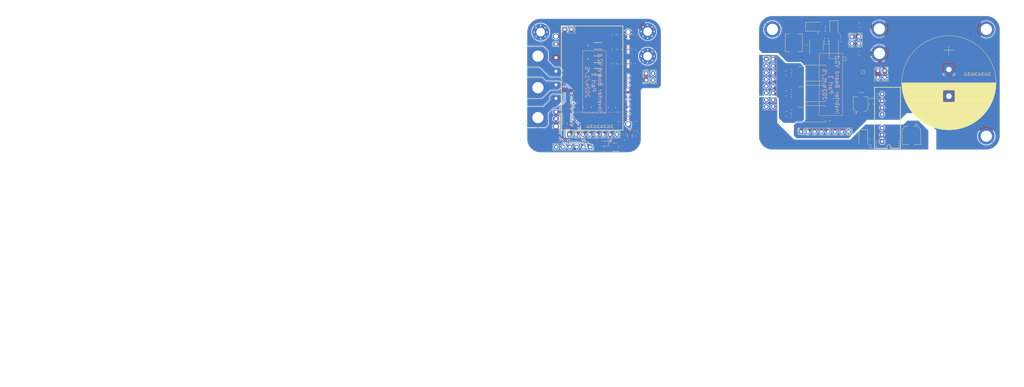
<source format=kicad_pcb>
(kicad_pcb (version 20221018) (generator pcbnew)
  (layers (0 "F.Cu" signal) (31 "B.Cu" signal) (34 "B.Paste" user) (35 "F.Paste" user) (36 "B.SilkS" user "B.Silkscreen") (37 "F.SilkS" user "F.Silkscreen") (38 "B.Mask" user) (39 "F.Mask" user) (44 "Edge.Cuts" user))
  (net 0 "")
  (net 1 "GND")
  (net 2 "+5V1")
  (net 3 "DC_BUS")
  (net 4 "/M+1")
  (net 5 "/M-1")
  (net 6 "/M+2")
  (net 7 "/M-2")
  (net 8 "/M+3")
  (net 9 "/M-3")
  (net 10 "/OPWM1A")
  (net 11 "/OPWM2A")
  (net 12 "/OPWM3A")
  (net 13 "/OPWM1B")
  (net 14 "/OPWM2B")
  (net 15 "/OPWM3B")
  (net 16 "Net-(Q2-CSC)")
  (net 17 "Net-(U2-CB)")
  (net 18 "+15V1")
  (net 19 "Net-(D1-K)")
  (net 20 "/PWM1A_5V")
  (net 21 "Net-(IC1-CATHODE_1)")
  (net 22 "Net-(IC1-CATHODE_2)")
  (net 23 "/PWM2A_5V")
  (net 24 "/PWM3A_5V")
  (net 25 "Net-(IC2-CATHODE_1)")
  (net 26 "Net-(IC2-CATHODE_2)")
  (net 27 "/PWM1B_5V")
  (net 28 "/PWM2B_5V")
  (net 29 "Net-(IC3-CATHODE_1)")
  (net 30 "Net-(IC3-CATHODE_2)")
  (net 31 "/PWM3B_5V")
  (net 32 "AGND")
  (net 33 "/GND_2M")
  (net 34 "/DC_BUS_2M")
  (net 35 "/U")
  (net 36 "/V")
  (net 37 "/W")
  (net 38 "Net-(J13-Pin_1)")
  (net 39 "Net-(D2-K)")
  (net 40 "Net-(Q1-B)")
  (net 41 "Net-(Q1-C)")
  (net 42 "/CSC")
  (net 43 "/DSP_PWM1_~{FAULT_5V}")
  (net 44 "Net-(Q2-IN(WL))")
  (net 45 "Net-(Q2-IN(VL))")
  (net 46 "Net-(Q2-IN(UL))")
  (net 47 "Net-(Q2-IN(WH))")
  (net 48 "Net-(Q2-IN(VH))")
  (net 49 "Net-(Q2-IN(UH))")
  (net 53 "D12VGND")
  (net 54 "D12V1")
  (net 58 "Net-(J13-Pin_2)")
  (footprint "inverter_lib:MELF_DO-213AB" (layer "F.Cu") (at 64.85 31.2)
    (fp_text reference "Z1" hide)
    (fp_text value "ZM4746A-GS08" hide)
  )
  (footprint "TestPoint:TestPoint_Pad_D1.0mm" (layer "F.Cu") (at 164 41 180)
    (fp_text reference "TP7" hide)
    (fp_text value "Test15V")
  )
  (footprint "inverter_lib:MELF_DO-213AB" (layer "F.Cu") (at 64.7 36.2)
    (fp_text reference "Z2" hide)
    (fp_text value "ZM4746A-GS08" hide)
  )
  (footprint "Capacitor_SMD:C_0805_2012Metric" (layer "F.Cu") (at 72.925 32.556369 -90)
    (fp_text reference "C10" hide)
    (fp_text value "2.2uf")
  )
  (footprint "Resistor_SMD:R_0603_1608Metric" (layer "F.Cu") (at 137.038 57.509 180)
    (fp_text reference "R9" hide)
    (fp_text value "750R")
  )
  (footprint "Resistor_SMD:R_2512_6332Metric" (layer "F.Cu") (at 53.25 58.618869 -90)
    (fp_text reference "R19" hide)
    (fp_text value "8mR")
  )
  (footprint "Resistor_SMD:R_0603_1608Metric" (layer "F.Cu") (at 60.710738 56.031369 -90)
    (fp_text reference "R14" hide)
    (fp_text value "100R")
  )
  (footprint "Package_SO:SOIC-8_3.9x4.9mm_P1.27mm" (layer "F.Cu") (at 146.523 31 90)
    (fp_text reference "U2" hide)
    (fp_text value "LM2675M-5.0")
  )
  (footprint "Resistor_SMD:R_0603_1608Metric" (layer "F.Cu") (at 72.87271 56.031369 -90)
    (fp_text reference "R18" hide)
    (fp_text value "100R")
  )
  (footprint "Connector_PinSocket_2.54mm:PinSocket_1x08_P2.54mm_Vertical" (layer "F.Cu") (at 140.716 63.307 90)
    (fp_text reference "J3" hide)
    (fp_text value "Conn_01x08_Pin")
  )
  (footprint "Resistor_SMD:R_0603_1608Metric" (layer "F.Cu") (at 137.038 40.491 180)
    (fp_text reference "R1" hide)
    (fp_text value "750R")
  )
  (footprint "Resistor_SMD:R_0805_2012Metric" (layer "F.Cu") (at 67.025 69.881369 180)
    (fp_text reference "R3" hide)
    (fp_text value "301R")
  )
  (footprint "Capacitor_SMD:C_0805_2012Metric" (layer "F.Cu") (at 167 65.95 90)
    (fp_text reference "C22" hide)
    (fp_text value "100nF")
  )
  (footprint "Resistor_SMD:R_1206_3216Metric" (layer "F.Cu") (at 76.725 64.871369 -90)
    (fp_text reference "R21" hide)
    (fp_text value "2k")
  )
  (footprint "TestPoint:TestPoint_Pad_D1.0mm" (layer "F.Cu") (at 157 36)
    (fp_text reference "TP8" hide)
    (fp_text value "Test5V")
  )
  (footprint "Resistor_SMD:R_0805_2012Metric" (layer "F.Cu") (at 162.4125 34 180)
    (fp_text reference "R11" hide)
    (fp_text value "2M")
  )
  (footprint "Resistor_SMD:R_0603_1608Metric" (layer "F.Cu") (at 69.832214 56.031369 -90)
    (fp_text reference "R17" hide)
    (fp_text value "100R")
  )
  (footprint "Resistor_SMD:R_0603_1608Metric" (layer "F.Cu") (at 78.825 59.531369 90)
    (fp_text reference "R6" hide)
    (fp_text value "10K")
  )
  (footprint "inverter_lib:M3_smt" (layer "F.Cu") (at 130 25)
    (fp_text reference "J17" hide)
    (fp_text value "Header 2")
  )
  (footprint "Capacitor_SMD:C_0603_1608Metric" (layer "F.Cu") (at 71.35246 56.031369 -90)
    (fp_text reference "C20" hide)
    (fp_text value "100pf")
  )
  (footprint "Capacitor_SMD:C_0805_2012Metric" (layer "F.Cu") (at 78.625 27.031369 -90)
    (fp_text reference "C7" hide)
    (fp_text value "100nf")
  )
  (footprint "inverter_lib:M3_smt" (layer "F.Cu") (at 170 24.8)
    (fp_text reference "J14" hide)
    (fp_text value "Header 2")
  )
  (footprint "Capacitor_SMD:C_0805_2012Metric" (layer "F.Cu") (at 72.92 27.006369 -90)
    (fp_text reference "C5" hide)
    (fp_text value "2.2uf")
  )
  (footprint "Resistor_SMD:R_0603_1608Metric" (layer "F.Cu") (at 137.038 49.889 180)
    (fp_text reference "R5" hide)
    (fp_text value "750R")
  )
  (footprint "Connector_PinSocket_2.54mm:PinSocket_2x02_P2.54mm_Vertical" (layer "F.Cu") (at 159.75 27.71 90)
    (fp_text reference "J5" hide)
    (fp_text value "Conn_01x02_Pin")
  )
  (footprint "Capacitor_SMD:C_0805_2012Metric" (layer "F.Cu") (at 70.855 37.881369 -90)
    (fp_text reference "C13" hide)
    (fp_text value "2.2uf")
  )
  (footprint "Package_SO:SOIC-8_7.5x5.85mm_P1.27mm" (layer "F.Cu") (at 146 49)
    (fp_text reference "IC2" hide)
    (fp_text value "TLP2270_D4-LF4,E")
  )
  (footprint "Resistor_SMD:R_0603_1608Metric" (layer "F.Cu") (at 137.038 55.731 180)
    (fp_text reference "R8" hide)
    (fp_text value "750R")
  )
  (footprint "inverter_lib:M3_smt" (layer "F.Cu") (at 42.325 35.031369)
    (fp_text reference "J8" hide)
    (fp_text value "Header 2")
  )
  (footprint "Resistor_SMD:R_2512_6332Metric" (layer "F.Cu") (at 53.25 50.843869 90)
    (fp_text reference "R20" hide)
    (fp_text value "8mR")
  )
  (footprint "Resistor_SMD:R_0603_1608Metric" (layer "F.Cu") (at 57.670246 56.031369 -90)
    (fp_text reference "R13" hide)
    (fp_text value "100R")
  )
  (footprint "Capacitor_SMD:CP_Elec_6.3x7.7" (layer "F.Cu") (at 182 64.7 -90)
    (fp_text reference "C23" hide)
    (fp_text value "100uf 50V")
  )
  (footprint "Capacitor_SMD:C_0603_1608Metric" (layer "F.Cu") (at 59.190492 56.031369 -90)
    (fp_text reference "C16" hide)
    (fp_text value "100pf")
  )
  (footprint "Resistor_SMD:R_0603_1608Metric" (layer "F.Cu") (at 137.038 42.269 180)
    (fp_text reference "R2" hide)
    (fp_text value "750R")
  )
  (footprint "inverter_lib:M3_smt" (layer "F.Cu") (at 170 34)
    (fp_text reference "J15" hide)
    (fp_text value "Header 2")
  )
  (footprint "Diode_SMD:D_SMA" (layer "F.Cu") (at 146 24)
    (fp_text reference "D2" hide)
    (fp_text value "1N5819")
  )
  (footprint "MountingHole:MountingHole_3.2mm_M3_Pad_Via" (layer "F.Cu") (at 83.325 25.831369)
    (fp_text reference "H1" hide)
    (fp_text value "MountingHole_Pad")
  )
  (footprint "LED_SMD:LED_0805_2012Metric" (layer "F.Cu") (at 67.025 67.731369 180)
    (fp_text reference "D1" hide)
    (fp_text value "LEDRED")
  )
  (footprint "inverter_lib:M3_smt" (layer "F.Cu") (at 42.325 58.031369)
    (fp_text reference "J11" hide)
    (fp_text value "Header 2")
  )
  (footprint "Capacitor_Tantalum_SMD:CP_EIA-6032-28_Kemet-C_Pad2.25x2.35mm_HandSolder" (layer "F.Cu") (at 153 32 90)
    (fp_text reference "C36" hide)
    (fp_text value "68uF 16V Tantalum")
  )
  (footprint "Capacitor_SMD:C_0805_2012Metric" (layer "F.Cu") (at 70.875 32.556369 -90)
    (fp_text reference "C9" hide)
    (fp_text value "2.2uf")
  )
  (footprint "Capacitor_SMD:C_0805_2012Metric" (layer "F.Cu") (at 72.905 37.881369 -90)
    (fp_text reference "C12" hide)
    (fp_text value "2.2uf")
  )
  (footprint "Capacitor_SMD:C_0603_1608Metric" (layer "F.Cu") (at 65.271476 56.031369 -90)
    (fp_text reference "C18" hide)
    (fp_text value "100pf")
  )
  (footprint "Capacitor_SMD:C_0603_1608Metric" (layer "F.Cu") (at 153.865 38.7 -90)
    (fp_text reference "C1" hide)
    (fp_text value "100nf")
  )
  (footprint "inverter_lib:MELF_DO-213AB" (layer "F.Cu") (at 64.85 40.85)
    (fp_text reference "Z3" hide)
    (fp_text value "ZM4746A-GS08" hide)
  )
  (footprint "Resistor_SMD:R_0603_1608Metric" (layer "F.Cu") (at 78.825 63.031369 -90)
    (fp_text reference "R7" hide)
    (fp_text value "2K")
  )
  (footprint "Connector_PinSocket_2.54mm:PinSocket_2x02_P2.54mm_Vertical" (layer "F.Cu") (at 82.785 44.031369 180)
    (fp_text reference "J12" hide)
    (fp_text value "Conn_01x02_Pin")
  )
  (footprint "Package_TO_SOT_SMD:SOT-23-3" (layer "F.Cu") (at 70.975 69.131369 180)
    (fp_text reference "Q1" hide)
    (fp_text value "FMMT618TA")
  )
  (footprint "Resistor_SMD:R_0603_1608Metric" (layer "F.Cu") (at 137.038 48.111 180)
    (fp_text reference "R4" hide)
    (fp_text value "750R")
  )
  (footprint "Capacitor_Tantalum_SMD:CP_EIA-3528-21_Kemet-B_Pad1.50x2.35mm_HandSolder" (layer "F.Cu") (at 153 24.375 -90)
    (fp_text reference "C35" hide)
    (fp_text value "15uF 50V Tantalum")
  )
  (footprint "Capacitor_SMD:C_0603_1608Metric" (layer "F.Cu") (at 74.675 64.471369 90)
    (fp_text reference "C21" hide)
    (fp_text value "1nf")
  )
  (footprint "Capacitor_SMD:C_0805_2012Metric" (layer "F.Cu") (at 78.225 32.531369 -90)
    (fp_text reference "C11" hide)
    (fp_text value "100nf")
  )
  (footprint "Package_SO:SOIC-8_7.5x5.85mm_P1.27mm" (layer "F.Cu") (at 146 41.38)
    (fp_text reference "IC1" hide)
    (fp_text value "TLP2270_D4-LF4,E")
  )
  (footprint "Connector_PinSocket_2.54mm:PinSocket_1x08_P2.54mm_Vertical" (layer "F.Cu") (at 54.041 64.338369 90)
    (fp_text reference "J2" hide)
    (fp_text value "Conn_01x08_Pin")
  )
  (footprint "Capacitor_SMD:C_0603_1608Metric" (layer "F.Cu") (at 153.865 53.94 -90)
    (fp_text reference "C3" hide)
    (fp_text value "100nf")
  )
  (footprint "Resistor_SMD:R_0805_2012Metric" (layer "F.Cu") (at 162.4125 23.5 180)
    (fp_text reference "R10" hide)
    (fp_text value "2M")
  )
  (footprint "Capacitor_SMD:C_0603_1608Metric" (layer "F.Cu") (at 56.15 56.031369 -90)
    (fp_text reference "C15" hide)
    (fp_text value "100pf")
  )
  (footprint "Capacitor_SMD:C_0805_2012Metric" (layer "F.Cu") (at 167 53 -90)
    (fp_text reference "C24" hide)
    (fp_text value "100nF")
  )
  (footprint "Connector_PinSocket_2.54mm:PinSocket_1x02_P2.54mm_Vertical" (layer "F.Cu") (at 52.325 25.031369 90)
    (fp_text reference "J13" hide)
    (fp_text value "Conn_01x02_Pin")
  )
  (footprint "inverter_lib:M3_smt" (layer "F.Cu") (at 210 25)
    (fp_text reference "J6" hide)
    (fp_text value "Header 2")
  )
  (footprint "Capacitor_SMD:C_0603_1608Metric" (layer "F.Cu") (at 68.311968 56.031369 -90)
    (fp_text reference "C19" hide)
    (fp_text value "100pf")
  )
  (footprint "Diode_SMD:D_SMA" (layer "F.Cu") (at 164 66 -90)
    (fp_text reference "D4" hide)
    (fp_text value "1N5819")
  )
  (footprint "Capacitor_SMD:C_0603_1608Metric" (layer "F.Cu") (at 153.865 46.32 -90)
    (fp_text reference "C2" hide)
    (fp_text value "100nf")
  )
  (footprint "Capacitor_SMD:C_0805_2012Metric" (layer "F.Cu") (at 78.075 37.901369 -90)
    (fp_text reference "C14" hide)
    (fp_text value "100nf")
  )
  (footprint "Resistor_SMD:R_0603_1608Metric" (layer "F.Cu") (at 66.791722 56.031369 -90)
    (fp_text reference "R16" hide)
    (fp_text value "100R")
  )
  (footprint "inverter_lib:VRB_S-6WR3" (layer "F.Cu") (at 171 67 180)
    (fp_text reference "A1" hide)
    (fp_text value "VRB1215S-6WR3" hide)
  )
  (footprint "Connector_PinSocket_2.54mm:PinSocket_1x06_P2.54mm_Vertical" (layer "F.Cu") (at 61.865 69.031369 -90)
    (fp_text reference "J10" hide)
    (fp_text value "Conn_01x06_Pin")
  )
  (footprint "Capacitor_THT:CP_Radial_D35.0mm_P10.00mm_SnapIn" (layer "F.Cu") (at 196 40 -90)
    (fp_text reference "C4" hide)
    (fp_text value "390uF/450V")
  )
  (footprint "Capacitor_SMD:C_0603_1608Metric" (layer "F.Cu") (at 142.459 30.775 90)
    (fp_text reference "C34" hide)
    (fp_text value "10nF")
  )
  (footprint "Package_SO:SOIC-8_7.5x5.85mm_P1.27mm" (layer "F.Cu") (at 146 56.62)
    (fp_text reference "IC3" hide)
    (fp_text value "TLP2270_D4-LF4,E")
  )
  (footprint "MountingHole:MountingHole_3.2mm_M3_Pad_Via" (layer "F.Cu") (at 43.325 26.031369)
    (fp_text reference "H3" hide)
    (fp_text value "MountingHole_Pad")
  )
  (footprint "Resistor_SMD:R_0603_1608Metric" (layer "F.Cu") (at 63.75123 56.031369 -90)
    (fp_text reference "R15" hide)
    (fp_text value "100R")
  )
  (footprint "inverter_lib:M3_smt" (layer "F.Cu") (at 210 65)
    (fp_text reference "J7" hide)
    (fp_text value "Header 2")
  )
  (footprint "Connector_PinSocket_2.54mm:PinSocket_2x02_P2.54mm_Vertical" (layer "F.Cu") (at 172 40.46)
    (fp_text reference "J4" hide)
    (fp_text value "Conn_01x02_Pin")
  )
  (footprint "MountingHole:MountingHole_3.2mm_M3_Pad_Via" (layer "F.Cu") (at 83.325 35.031369)
    (fp_text reference "H2" hide)
    (fp_text value "MountingHole_Pad")
  )
  (footprint "Resistor_SMD:R_0603_1608Metric" (layer "F.Cu") (at 72.825 59.531369 90)
    (fp_text reference "R22" hide)
    (fp_text value "1K")
  )
  (footprint "inverter_lib:M3_smt" (layer "F.Cu") (at 42.325 46.831369)
    (fp_text reference "J9" hide)
    (fp_text value "Header 2")
  )
  (footprint "Capacitor_SMD:CP_Elec_5x5.4" (layer "F.Cu") (at 163 53 90)
    (fp_text reference "C25" hide)
    (fp_text value "22uf 25V")
  )
  (footprint "Capacitor_SMD:C_0603_1608Metric" (layer "F.Cu") (at 62.230984 56.031369 -90)
    (fp_text reference "C17" hide)
    (fp_text value "100pf")
  )
  (footprint "Inductor_SMD:L_6.3x6.3_H3" (layer "F.Cu") (at 138 30 -90)
    (fp_text reference "L2" hide)
    (fp_text value "47uH")
  )
  (footprint "Capacitor_SMD:C_0805_2012Metric" (layer "F.Cu") (at 70.875 27.006369 -90)
    (fp_text reference "C6" hide)
    (fp_text value "2.2uf")
  )
  (footprint "inverter_lib:FNC42060F" (layer "B.Cu") (at 62.575 43.659869)
    (fp_text reference "Q2" hide)
    (fp_text value "FNC42060F" hide)
  )
  (footprint "Connector_PinSocket_2.54mm:PinSocket_2x08_P2.54mm_Vertical" (layer "B.Cu") (at 127.71 36.125 180)
    (fp_text reference "J1" hide)
    (fp_text value "Conn_02x06_Top_Bottom")
  )
  (gr_poly (pts (xy 198.4276 27.3876) (arc (start 201.288213 27.3876) (mid 199.2404 28.235832) (end 198.392168 30.283645))) (stroke (width 0.2)) (fill solid) (layer "F.Cu"))
  (gr_poly (pts (xy 193.574403 27.423591) (arc (start 193.574403 30.284204) (mid 192.726171 28.236391) (end 190.678358 27.388159))) (stroke (width 0.2)) (fill solid) (layer "F.Cu"))
  (gr_rect (start 147.5 33.95) (end 156.25 57.25) (stroke (width 0.15)) (fill none) (layer "B.SilkS"))
  (gr_rect (start 59.05 32.95) (end 67.8 56.25) (stroke (width 0.15)) (fill none) (layer "B.SilkS"))
  (gr_line (start 43.325 21.031369) (end 83.325 21.031369) (stroke (width 0.1)) (layer "Edge.Cuts"))
  (gr_line (start 215 25) (end 215 65) (stroke (width 0.1)) (layer "Edge.Cuts"))
  (gr_line (start 210 70) (end 130 70) (stroke (width 0.1)) (layer "Edge.Cuts"))
  (gr_arc (start 215 65) (mid 213.535534 68.535534) (end 210 70) (stroke (width 0.1)) (layer "Edge.Cuts"))
  (gr_arc (start 88.325 45.531369) (mid 87.88566 46.592029) (end 86.825 47.031369) (stroke (width 0.1)) (layer "Edge.Cuts"))
  (gr_arc (start 210 20) (mid 213.535534 21.464466) (end 215 25) (stroke (width 0.1)) (layer "Edge.Cuts"))
  (gr_arc (start 130 70) (mid 126.464466 68.535534) (end 125 65) (stroke (width 0.1)) (layer "Edge.Cuts"))
  (gr_line (start 125 65) (end 125 25) (stroke (width 0.1)) (layer "Edge.Cuts"))
  (gr_arc (start 83.325 21.031369) (mid 86.860534 22.495835) (end 88.325 26.031369) (stroke (width 0.1)) (layer "Edge.Cuts"))
  (gr_arc (start 80.825 66.031369) (mid 79.360534 69.566903) (end 75.825 71.031369) (stroke (width 0.1)) (layer "Edge.Cuts"))
  (gr_line (start 38.325 66.031369) (end 38.325 26.031369) (stroke (width 0.1)) (layer "Edge.Cuts"))
  (gr_line (start 80.825 48.031369) (end 80.825 66.031369) (stroke (width 0.1)) (layer "Edge.Cuts"))
  (gr_arc (start 125 25) (mid 126.464466 21.464466) (end 130 20) (stroke (width 0.1)) (layer "Edge.Cuts"))
  (gr_line (start 86.825 47.031369) (end 81.825 47.031369) (stroke (width 0.1)) (layer "Edge.Cuts"))
  (gr_line (start 130 20) (end 210 20) (stroke (width 0.1)) (layer "Edge.Cuts"))
  (gr_line (start 43.325 71.031369) (end 75.825 71.031369) (stroke (width 0.1)) (layer "Edge.Cuts"))
  (gr_arc (start 80.825 48.031369) (mid 81.117893 47.324262) (end 81.825 47.031369) (stroke (width 0.1)) (layer "Edge.Cuts"))
  (gr_line (start 88.325 45.531369) (end 88.325 26.031369) (stroke (width 0.1)) (layer "Edge.Cuts"))
  (gr_arc (start 43.325 71.031369) (mid 39.789466 69.566903) (end 38.325 66.031369) (stroke (width 0.1)) (layer "Edge.Cuts"))
  (gr_arc (start 38.325 26.031369) (mid 39.789466 22.495835) (end 43.325 21.031369) (stroke (width 0.1)) (layer "Edge.Cuts"))
  (gr_text "Inverter Board V2.1\nPart 1\n2024/1/5" (at 148.6 45.6 -90) (layer "B.SilkS") (effects (font (size 1.5 1.5) (thickness 0.2) bold) (justify bottom mirror)))
  (gr_text "Inverter Board V2.1\nPart 2\n2024/1/5" (at 59.9 44.8 -90) (layer "B.SilkS") (effects (font (size 1.5 1.5) (thickness 0.2)) (justify bottom mirror)))
  (gr_text "JLCJLCJLCJLC" (at 60.2 61.95) (layer "F.SilkS") (effects (font (size 1 1)) (justify left bottom)))
  (gr_text "JLCJLCJLCJLC" (at 201.35 42.35) (layer "F.SilkS") (effects (font (size 1 1)) (justify left bottom)))
  (segment (start 58.625 66.781369) (end 59.075 67.231369) (width 0.3) (layer "F.Cu") (net 1))
  (segment (start 169.878 37.478) (end 172 39.6) (width 0.5) (layer "F.Cu") (net 1))
  (segment (start 51.575 46.381369) (end 51.575 46.771319) (width 0.5) (layer "F.Cu") (net 1))
  (segment (start 153.865 36.915) (end 153.85 36.9) (width 0.3) (layer "F.Cu") (net 1))
  (segment (start 74.675 65.246369) (end 74.675 66.371369) (width 0.3) (layer "F.Cu") (net 1))
  (segment (start 51.575 46.771319) (end 52.68505 47.881369) (width 0.5) (layer "F.Cu") (net 1))
  (segment (start 154.925 37.925) (end 154.95 37.9) (width 0.3) (layer "F.Cu") (net 1))
  (segment (start 151.325 59.375) (end 151.3 59.4) (width 0.5) (layer "F.Cu") (net 1))
  (segment (start 65.271476 54.259893) (end 65.275 54.256369) (width 0.3) (layer "F.Cu") (net 1))
  (segment (start 200.974 50) (end 210 59.026) (width 5) (layer "F.Cu") (net 1))
  (segment (start 190.941 50) (end 174.941 34) (width 5) (layer "F.Cu") (net 1))
  (segment (start 59.190492 55.256369) (end 59.190492 54.115877) (width 0.3) (layer "F.Cu") (net 1))
  (segment (start 153.865 44.442) (end 153.876 44.431) (width 0.3) (layer "F.Cu") (net 1))
  (segment (start 53.25 47.881369) (end 55.825 47.881369) (width 0.5) (layer "F.Cu") (net 1))
  (segment (start 153.865 37.925) (end 153.865 36.915) (width 0.3) (layer "F.Cu") (net 1))
  (segment (start 174.941 34) (end 170 34) (width 5) (layer "F.Cu") (net 1))
  (segment (start 169.878 34.122) (end 169.878 37.478) (width 0.5) (layer "F.Cu") (net 1))
  (segment (start 53.25 61.581369) (end 53.25 60.256369) (width 0.5) (layer "F.Cu") (net 1))
  (segment (start 151.325 50.905) (end 152.857 50.905) (width 0.3) (layer "F.Cu") (net 1))
  (segment (start 52.925 66.831369) (end 53.325 67.231369) (width 0.3) (layer "F.Cu") (net 1))
  (segment (start 172 40.46) (end 172 43) (width 0.5) (layer "F.Cu") (net 1))
  (segment (start 59.125 67.181369) (end 59.075 67.231369) (width 0.3) (layer "F.Cu") (net 1))
  (segment (start 196 50) (end 200.974 50) (width 5) (layer "F.Cu") (net 1))
  (segment (start 153.865 45.545) (end 153.865 44.442) (width 0.3) (layer "F.Cu") (net 1))
  (segment (start 59.190492 54.115877) (end 59.2 54.106369) (width 0.3) (layer "F.Cu") (net 1))
  (segment (start 72.1125 68.181369) (end 72.1125 68.718869) (width 0.5) (layer "F.Cu") (net 1))
  (segment (start 154.99 53.165) (end 155.019 53.194) (width 0.3) (layer "F.Cu") (net 1))
  (segment (start 51.575 44.931369) (end 51.725 44.781369) (width 0.5) (layer "F.Cu") (net 1))
  (segment (start 61.025 67.181369) (end 59.125 67.181369) (width 0.3) (layer "F.Cu") (net 1))
  (segment (start 62.230984 54.162353) (end 62.225 54.156369) (width 0.3) (layer "F.Cu") (net 1))
  (segment (start 65.271476 55.256369) (end 65.271476 54.259893) (width 0.3) (layer "F.Cu") (net 1))
  (segment (start 55.475 60.231369) (end 55.525 60.281369) (width 0.5) (layer "F.Cu") (net 1))
  (segment (start 58.125 60.831369) (end 57.175 61.781369) (width 0.3) (layer "F.Cu") (net 1))
  (segment (start 53.775 66.781369) (end 58.625 66.781369) (width 0.3) (layer "F.Cu") (net 1))
  (segment (start 52.68505 47.881369) (end 53.25 47.881369) (width 0.5) (layer "F.Cu") (net 1))
  (segment (start 56.15 55.256369) (end 56.15 54.231369) (width 0.3) (layer "F.Cu") (net 1))
  (segment (start 196 50) (end 190.941 50) (width 5) (layer "F.Cu") (net 1))
  (segment (start 62.230984 55.256369) (end 62.230984 54.162353) (width 0.3) (layer "F.Cu") (net 1))
  (segment (start 55.475 49.731369) (end 55.525 49.781369) (width 0.5) (layer "F.Cu") (net 1))
  (segment (start 56.15 54.231369) (end 56.175 54.206369) (width 0.3) (layer "F.Cu") (net 1))
  (segment (start 153.865 53.165) (end 154.99 53.165) (width 0.3) (layer "F.Cu") (net 1))
  (segment (start 51.575 46.381369) (end 51.575 44.931369) (width 0.5) (layer "F.Cu") (net 1))
  (segment (start 53.25 60.256369) (end 53.225 60.231369) (width 0.5) (layer "F.Cu") (net 1))
  (segment (start 71.35246 54.328409) (end 71.35246 55.256369) (width 0.3) (layer "F.Cu") (net 1))
  (segment (start 71.375 54.305869) (end 71.35246 54.328409) (width 0.3) (layer "F.Cu") (net 1))
  (segment (start 68.311968 54.569401) (end 68.65 54.231369) (width 0.3) (layer "F.Cu") (net 1))
  (segment (start 50.125 66.831369) (end 52.925 66.831369) (width 0.3) (layer "F.Cu") (net 1))
  (segment (start 72.1125 68.718869) (end 72.425 69.031369) (width 0.5) (layer "F.Cu") (net 1))
  (segment (start 152.857 50.905) (end 152.86 50.908) (width 0.3) (layer "F.Cu") (net 1))
  (segment (start 163.325 34) (end 170 34) (width 0.5) (layer "F.Cu") (net 1))
  (segment (start 170 34) (end 169.878 34.122) (width 0.5) (layer "F.Cu") (net 1))
  (segment (start 210 59.026) (end 210 65) (width 5) (layer "F.Cu") (net 1))
  (segment (start 153.865 37.925) (end 154.925 37.925) (width 0.3) (layer "F.Cu") (net 1))
  (segment (start 152.857 43.285) (end 152.86 43.288) (width 0.3) (layer "F.Cu") (net 1))
  (segment (start 53.325 67.231369) (end 53.775 66.781369) (width 0.3) (layer "F.Cu") (net 1))
  (segment (start 58.125 60.031369) (end 58.125 60.831369) (width 0.3) (layer "F.Cu") (net 1))
  (segment (start 151.325 43.285) (end 152.857 43.285) (width 0.3) (layer "F.Cu") (net 1))
  (segment (start 54.175 49.731369) (end 55.475 49.731369) (width 0.5) (layer "F.Cu") (net 1))
  (segment (start 53.225 60.231369) (end 55.475 60.231369) (width 0.5) (layer "F.Cu") (net 1))
  (segment (start 68.311968 55.256369) (end 68.311968 54.569401) (width 0.3) (layer "F.Cu") (net 1))
  (segment (start 151.325 58.525) (end 151.325 59.375) (width 0.5) (layer "F.Cu") (net 1))
  (segment (start 78.825 63.856369) (end 78.825 64.881369) (width 0.5) (layer "F.Cu") (net 1))
  (segment (start 172 39.6) (end 172 40.46) (width 0.5) (layer "F.Cu") (net 1))
  (via (at 57.175 61.781369) (size 0.5) (drill 0.3) (layers "F.Cu" "B.Cu") (net 1))
  (via (at 54.175 49.731369) (size 0.5) (drill 0.3) (layers "F.Cu" "B.Cu") (net 1))
  (via (at 155.019 26.524) (size 0.5) (drill 0.3) (layers "F.Cu" "B.Cu") (net 1))
  (via (at 53.325 67.231369) (size 0.5) (drill 0.3) (layers "F.Cu" "B.Cu") (net 1))
  (via (at 150.828 28.429) (size 0.5) (drill 0.3) (layers "F.Cu" "B.Cu") (net 1))
  (via (at 55.525 49.781369) (size 0.5) (drill 0.3) (layers "F.Cu" "B.Cu") (net 1))
  (via (at 149.812 24.873) (size 0.5) (drill 0.3) (layers "F.Cu" "B.Cu") (net 1))
  (via (at 50.125 66.831369) (size 0.5) (drill 0.3) (layers "F.Cu" "B.Cu") (net 1))
  (via (at 61.025 67.181369) (size 0.5) (drill 0.3) (layers "F.Cu" "B.Cu") (net 1))
  (via (at 155.654 29.572) (size 0.5) (drill 0.3) (layers "F.Cu" "B.Cu") (net 1))
  (via (at 167.719 50.908) (size 0.5) (drill 0.3) (layers "F.Cu" "B.Cu") (net 1))
  (via (at 169.243 50.908) (size 0.5) (drill 0.3) (layers "F.Cu" "B.Cu") (net 1))
  (via (at 147.018 26.143) (size 0.5) (drill 0.3) (layers "F.Cu" "B.Cu") (net 1))
  (via (at 62.225 54.156369) (size 0.5) (drill 0.3) (layers "F.Cu" "B.Cu") (net 1))
  (via (at 152.86 43.288) (size 0.5) (drill 0.3) (layers "F.Cu" "B.Cu") (net 1))
  (via (at 149.812 23.984) (size 0.5) (drill 0.3) (layers "F.Cu" "B.Cu") (net 1))
  (via (at 152.86 50.908) (size 0.5) (drill 0.3) (layers "F.Cu" "B.Cu") (net 1))
  (via (at 59.2 54.106369) (size 0.5) (drill 0.3) (layers "F.Cu" "B.Cu") (net 1))
  (via (at 166.322 50.908) (size 0.5) (drill 0.3) (layers "F.Cu" "B.Cu") (net 1))
  (via (at 169.243 50.019) (size 0.5) (drill 0.3) (layers "F.Cu" "B.Cu") (net 1))
  (via (at 149.558 30.461) (size 0.5) (drill 0.3) (layers "F.Cu" "B.Cu") (net 1))
  (via (at 154.95 37.9) (size 0.5) (drill 0.3) (layers "F.Cu" "B.Cu") (net 1))
  (via (at 150.828 29.445) (size 0.5) (drill 0.3) (layers "F.Cu" "B.Cu") (net 1))
  (via (at 68.65 54.231369) (size 0.5) (drill 0.3) (layers "F.Cu" "B.Cu") (net 1))
  (via (at 51.575 46.381369) (size 0.5) (drill 0.3) (layers "F.Cu" "B.Cu") (net 1))
  (via (at 55.825 47.881369) (size 0.5) (drill 0.3) (layers "F.Cu" "B.Cu") (net 1))
  (via (at 155.527 27.159) (size 0.5) (drill 0.3) (layers "F.Cu" "B.Cu") (net 1))
  (via (at 78.825 64.881369) (size 0.5) (drill 0.3) (layers "F.Cu" "B.Cu") (net 1))
  (via (at 74.675 66.371369) (size 0.5) (drill 0.3) (layers "F.Cu" "B.Cu") (net 1))
  (via (at 149.558 28.429) (size 0.5) (drill 0.3) (layers "F.Cu" "B.Cu") (net 1))
  (via (at 150.828 30.461) (size 0.5) (drill 0.3) (layers "F.Cu" "B.Cu") (net 1))
  (via (at 59.075 67.231369) (size 0.5) (drill 0.3) (layers "F.Cu" "B.Cu") (net 1))
  (via (at 153.876 44.431) (size 0.5) (drill 0.3) (layers "F.Cu" "B.Cu") (net 1))
  (via (at 169.243 49.13) (size 0.5) (drill 0.3) (layers "F.Cu" "B.Cu") (net 1))
  (via (at 55.525 60.281369) (size 0.5) (drill 0.3) (layers "F.Cu" "B.Cu") (net 1))
  (via (at 56.175 54.206369) (size 0.5) (drill 0.3) (layers "F.Cu" "B.Cu") (net 1))
  (via (at 71.375 54.305869) (size 0.5) (drill 0.3) (layers "F.Cu" "B.Cu") (net 1))
  (via (at 51.725 44.781369) (size 0.5) (drill 0.3) (layers "F.Cu" "B.Cu") (net 1))
  (via (at 149.812 25.635) (size 0.5) (drill 0.3) (layers "F.Cu" "B.Cu") (net 1))
  (via (at 155.019 53.194) (size 0.5) (drill 0.3) (layers "F.Cu" "B.Cu") (net 1))
  (via (at 163.147 48.622) (size 0.5) (drill 0.3) (layers "F.Cu" "B.Cu") (net 1))
  (via (at 149.558 29.445) (size 0.5) (drill 0.3) (layers "F.Cu" "B.Cu") (net 1))
  (via (at 53.225 60.231369) (size 0.5) (drill 0.3) (layers "F.Cu" "B.Cu") (net 1))
  (via (at 151.3 59.4) (size 0.5) (drill 0.3) (layers "F.Cu" "B.Cu") (net 1))
  (via (at 153.85 36.9) (size 0.5) (drill 0.3) (layers "F.Cu" "B.Cu") (net 1))
  (via (at 58.125 60.031369) (size 0.5) (drill 0.3) (layers "F.Cu" "B.Cu") (net 1))
  (via (at 155.527 28.048) (size 0.5) (drill 0.3) (layers "F.Cu" "B.Cu") (net 1))
  (via (at 72.425 69.031369) (size 0.5) (drill 0.3) (layers "F.Cu" "B.Cu") (net 1))
  (via (at 163.909 48.622) (size 0.5) (drill 0.3) (layers "F.Cu" "B.Cu") (net 1))
  (via (at 65.275 54.256369) (size 0.5) (drill 0.3) (layers "F.Cu" "B.Cu") (net 1))
  (via (at 167.084 50.908) (size 0.5) (drill 0.3) (layers "F.Cu" "B.Cu") (net 1))
  (via (at 56.625 66.781369) (size 0.5) (drill 0.3) (layers "F.Cu" "B.Cu") (net 1))
  (via (at 162.385 48.622) (size 0.5) (drill 0.3) (layers "F.Cu" "B.Cu") (net 1))
  (segment (start 151.325 54.715) (end 153.865 54.715) (width 0.3) (layer "F.Cu") (net 2))
  (segment (start 155.7175 46.2725) (end 154.895 47.095) (width 0.3) (layer "F.Cu") (net 2))
  (segment (start 68.9625 66.731369) (end 67.9625 67.731369) (width 0.5) (layer "F.Cu") (net 2))
  (segment (start 69.225 66.731369) (end 68.9625 66.731369) (width 0.5) (layer "F.Cu") (net 2))
  (segment (start 72.45 60.356369) (end 70.625 62.181369) (width 0.5) (layer "F.Cu") (net 2))
  (segment (start 154.895 47.095) (end 156.543 45.447) (width 0.3) (layer "F.Cu") (net 2))
  (segment (start 155.956 46.511) (end 155.7175 46.2725) (width 0.3) (layer "F.Cu") (net 2))
  (segment (start 70.625 62.181369) (end 70.625 62.994369) (width 0.5) (layer "F.Cu") (net 2))
  (segment (start 153.865 47.095) (end 154.895 47.095) (width 0.3) (layer "F.Cu") (net 2))
  (segment (start 156.543 45.447) (end 156.543 39.224) (width 0.3) (layer "F.Cu") (net 2))
  (segment (start 155.956 63.307) (end 155.956 46.511) (width 0.3) (layer "F.Cu") (net 2))
  (segment (start 70.625 62.994369) (end 69.281 64.338369) (width 0.5) (layer "F.Cu") (net 2))
  (segment (start 151.325 47.095) (end 153.865 47.095) (width 0.3) (layer "F.Cu") (net 2))
  (segment (start 153.865 54.715) (end 154.346529 54.715) (width 0.3) (layer "F.Cu") (net 2))
  (segment (start 154.349529 54.718) (end 155.956 54.718) (width 0.3) (layer "F.Cu") (net 2))
  (segment (start 151.325 39.475) (end 153.865 39.475) (width 0.3) (layer "F.Cu") (net 2))
  (segment (start 72.825 60.356369) (end 72.45 60.356369) (width 0.5) (layer "F.Cu") (net 2))
  (segment (start 154.346529 54.715) (end 154.349529 54.718) (width 0.3) (layer "F.Cu") (net 2))
  (via (at 69.225 66.731369) (size 0.5) (drill 0.3) (layers "F.Cu" "B.Cu") (net 2))
  (segment (start 69.281 66.675369) (end 69.225 66.731369) (width 0.5) (layer "B.Cu") (net 2))
  (segment (start 69.281 64.338369) (end 69.281 66.675369) (width 0.5) (layer "B.Cu") (net 2))
  (segment (start 170.2 25) (end 170 24.8) (width 5) (layer "F.Cu") (net 3))
  (segment (start 210 25) (end 196.04 25) (width 5) (layer "F.Cu") (net 3))
  (segment (start 166.092 23.5) (end 167.392 24.8) (width 0.5) (layer "F.Cu") (net 3))
  (segment (start 196.04 25) (end 170.2 25) (width 5) (layer "F.Cu") (net 3))
  (segment (start 50.541 35.595369) (end 49.075 35.595369) (width 3) (layer "F.Cu") (net 3))
  (segment (start 56 52.4) (end 56.8 51.6) (width 0.3) (layer "F.Cu") (net 3))
  (segment (start 80.415 22.921369) (end 63.215 22.921369) (width 3) (layer "F.Cu") (net 3))
  (segment (start 83.325 25.831369) (end 80.415 22.921369) (width 3) (layer "F.Cu") (net 3))
  (segment (start 196 40) (end 196 25.04) (width 5) (layer "F.Cu") (net 3))
  (segment (start 56.8 43.320369) (end 49.075 35.595369) (width 0.3) (layer "F.Cu") (net 3))
  (segment (start 167.392 24.8) (end 170 24.8) (width 0.5) (layer "F.Cu") (net 3))
  (segment (start 196 25.04) (end 196.04 25) (width 5) (layer "F.Cu") (net 3))
  (segment (start 63.215 22.921369) (end 50.541 35.595369) (width 3) (layer "F.Cu") (net 3))
  (segment (start 163.325 23.5) (end 166.092 23.5) (width 0.5) (layer "F.Cu") (net 3))
  (segment (start 56.8 51.6) (end 56.8 43.320369) (width 0.3) (layer "F.Cu") (net 3))
  (via (at 56 52.4) (size 0.8) (drill 0.4) (layers "F.Cu" "B.Cu") (net 3))
  (segment (start 56 52.4) (end 55.4 53) (width 0.3) (layer "B.Cu") (net 3))
  (segment (start 57.921 60.721) (end 57.921 65.087369) (width 0.3) (layer "B.Cu") (net 3))
  (segment (start 57.921 65.087369) (end 61.865 69.031369) (width 0.3) (layer "B.Cu") (net 3))
  (segment (start 55.4 53) (end 55.4 58.2) (width 0.3) (layer "B.Cu") (net 3))
  (segment (start 55.4 58.2) (end 57.921 60.721) (width 0.3) (layer "B.Cu") (net 3))
  (segment (start 63.8 31.2) (end 62.225 31.2) (width 0.5) (layer "F.Cu") (net 4))
  (segment (start 70.9 26.081369) (end 70.875 26.056369) (width 0.5) (layer "F.Cu") (net 4))
  (segment (start 70.875 26.056369) (end 68.581369 28.35) (width 0.5) (layer "F.Cu") (net 4))
  (segment (start 78.625 26.081369) (end 70.9 26.081369) (width 0.5) (layer "F.Cu") (net 4))
  (segment (start 66.65 28.35) (end 63.8 31.2) (width 0.5) (layer "F.Cu") (net 4))
  (segment (start 68.581369 28.35) (end 66.65 28.35) (width 0.5) (layer "F.Cu") (net 4))
  (segment (start 67.475 31.2) (end 70.743631 27.931369) (width 0.5) (layer "F.Cu") (net 5))
  (segment (start 78.575 27.931369) (end 78.625 27.981369) (width 0.5) (layer "F.Cu") (net 5))
  (segment (start 70.743631 27.931369) (end 78.575 27.931369) (width 0.5) (layer "F.Cu") (net 5))
  (segment (start 78.225 31.581369) (end 70.9 31.581369) (width 0.5) (layer "F.Cu") (net 6))
  (segment (start 70.875 31.606369) (end 69.131369 33.35) (width 0.5) (layer "F.Cu") (net 6))
  (segment (start 62.075 33.875) (end 62.075 36.2) (width 0.5) (layer "F.Cu") (net 6))
  (segment (start 62.6 33.35) (end 62.075 33.875) (width 0.5) (layer "F.Cu") (net 6))
  (segment (start 70.9 31.581369) (end 70.875 31.606369) (width 0.5) (layer "F.Cu") (net 6))
  (segment (start 69.131369 33.35) (end 62.6 33.35) (width 0.5) (layer "F.Cu") (net 6))
  (segment (start 78.2 33.506369) (end 78.225 33.481369) (width 0.5) (layer "F.Cu") (net 7))
  (segment (start 67.325 36.2) (end 68.181369 36.2) (width 0.5) (layer "F.Cu") (net 7))
  (segment (start 70.875 33.506369) (end 78.2 33.506369) (width 0.5) (layer "F.Cu") (net 7))
  (segment (start 68.181369 36.2) (end 70.875 33.506369) (width 0.5) (layer "F.Cu") (net 7))
  (segment (start 62.225 40.85) (end 62.225 38.681369) (width 0.5) (layer "F.Cu") (net 8))
  (segment (start 62.225 38.681369) (end 62.506369 38.4) (width 0.5) (layer "F.Cu") (net 8))
  (segment (start 70.875 36.951369) (end 70.855 36.931369) (width 0.5) (layer "F.Cu") (net 8))
  (segment (start 69.386369 38.4) (end 70.855 36.931369) (width 0.5) (layer "F.Cu") (net 8))
  (segment (start 62.506369 38.4) (end 69.386369 38.4) (width 0.5) (layer "F.Cu") (net 8))
  (segment (start 78.075 36.951369) (end 70.875 36.951369) (width 0.5) (layer "F.Cu") (net 8))
  (segment (start 78.055 38.831369) (end 78.075 38.851369) (width 0.5) (layer "F.Cu") (net 9))
  (segment (start 72.905 38.831369) (end 78.055 38.831369) (width 0.5) (layer "F.Cu") (net 9))
  (segment (start 70.855 38.831369) (end 72.905 38.831369) (width 0.5) (layer "F.Cu") (net 9))
  (segment (start 68.836369 40.85) (end 70.855 38.831369) (width 0.5) (layer "F.Cu") (net 9))
  (segment (start 67.475 40.85) (end 68.836369 40.85) (width 0.5) (layer "F.Cu") (net 9))
  (segment (start 140.716 63.307) (end 140.716 62.287) (width 0.3) (layer "F.Cu") (net 10))
  (segment (start 57.620246 56.806369) (end 57.670246 56.856369) (width 0.3) (layer "F.Cu") (net 10))
  (segment (start 56.15 62.229369) (end 56.15 56.831369) (width 0.3) (layer "F.Cu") (net 10))
  (segment (start 148.178 40.745) (end 151.325 40.745) (width 0.3) (layer "F.Cu") (net 10))
  (segment (start 142.8242 60.1788) (end 142.8242 46.0988) (width 0.3) (layer "F.Cu") (net 10))
  (segment (start 54.041 64.338369) (end 56.15 62.229369) (width 0.3) (layer "F.Cu") (net 10))
  (segment (start 142.8242 46.0988) (end 148.178 40.745) (width 0.3) (layer "F.Cu") (net 10))
  (segment (start 56.15 56.806369) (end 57.620246 56.806369) (width 0.3) (layer "F.Cu") (net 10))
  (segment (start 140.716 62.287) (end 142.8242 60.1788) (width 0.3) (layer "F.Cu") (net 10))
  (segment (start 148.5866 42.015) (end 151.325 42.015) (width 0.3) (layer "F.Cu") (net 11))
  (segment (start 60.710738 56.856369) (end 59.240492 56.856369) (width 0.3) (layer "F.Cu") (net 11))
  (segment (start 59.240492 56.856369) (end 59.190492 56.806369) (width 0.3) (layer "F.Cu") (net 11))
  (segment (start 59.190492 56.806369) (end 59.190492 62.115877) (width 0.3) (layer "F.Cu") (net 11))
  (segment (start 56.968 64.338369) (end 56.581 64.338369) (width 0.3) (layer "F.Cu") (net 11))
  (segment (start 144.399 46.2026) (end 148.5866 42.015) (width 0.3) (layer "F.Cu") (net 11))
  (segment (start 143.256 63.307) (end 144.399 62.164) (width 0.3) (layer "F.Cu") (net 11))
  (segment (start 144.399 62.164) (end 144.399 46.2026) (width 0.3) (layer "F.Cu") (net 11))
  (segment (start 59.190492 62.115877) (end 56.968 64.338369) (width 0.3) (layer "F.Cu") (net 11))
  (segment (start 149.434 48.365) (end 145.796 52.003) (width 0.3) (layer "F.Cu") (net 12))
  (segment (start 151.325 48.365) (end 149.434 48.365) (width 0.3) (layer "F.Cu") (net 12))
  (segment (start 62.230984 56.806369) (end 63.70123 56.806369) (width 0.3) (layer "F.Cu") (net 12))
  (segment (start 59.121 64.338369) (end 62.230984 61.228385) (width 0.3) (layer "F.Cu") (net 12))
  (segment (start 63.70123 56.806369) (end 63.75123 56.856369) (width 0.3) (layer "F.Cu") (net 12))
  (segment (start 145.796 52.003) (end 145.796 63.307) (width 0.3) (layer "F.Cu") (net 12))
  (segment (start 62.230984 61.228385) (end 62.230984 56.856369) (width 0.3) (layer "F.Cu") (net 12))
  (segment (start 149.5264 49.635) (end 148.316 50.8454) (width 0.3) (layer "F.Cu") (net 13))
  (segment (start 148.316 63.287) (end 148.336 63.307) (width 0.3) (layer "F.Cu") (net 13))
  (segment (start 65.271476 56.806369) (end 65.271476 60.727893) (width 0.3) (layer "F.Cu") (net 13))
  (segment (start 65.271476 60.727893) (end 61.661 64.338369) (width 0.3) (layer "F.Cu") (net 13))
  (segment (start 65.321476 56.856369) (end 65.271476 56.806369) (width 0.3) (layer "F.Cu") (net 13))
  (segment (start 66.791722 56.856369) (end 65.321476 56.856369) (width 0.3) (layer "F.Cu") (net 13))
  (segment (start 148.316 50.8454) (end 148.316 63.287) (width 0.3) (layer "F.Cu") (net 13))
  (segment (start 151.325 49.635) (end 149.5264 49.635) (width 0.3) (layer "F.Cu") (net 13))
  (segment (start 68.311968 60.227401) (end 64.201 64.338369) (width 0.3) (layer "F.Cu") (net 14))
  (segment (start 69.832214 56.856369) (end 68.361968 56.856369) (width 0.3) (layer "F.Cu") (net 14))
  (segment (start 68.361968 56.856369) (end 68.311968 56.806369) (width 0.3) (layer "F.Cu") (net 14))
  (segment (start 150.3138 55.985) (end 149.8092 56.4896) (width 0.3) (layer "F.Cu") (net 14))
  (segment (start 151.325 55.985) (end 150.3138 55.985) (width 0.3) (layer "F.Cu") (net 14))
  (segment (start 149.8092 56.4896) (end 149.8092 62.2402) (width 0.3) (layer "F.Cu") (net 14))
  (segment (start 149.8092 62.2402) (end 150.876 63.307) (width 0.3) (layer "F.Cu") (net 14))
  (segment (start 68.311968 56.806369) (end 68.311968 60.227401) (width 0.3) (layer "F.Cu") (net 14))
  (segment (start 151.325 57.255) (end 152.634 57.255) (width 0.3) (layer "F.Cu") (net 15))
  (segment (start 71.35246 59.726909) (end 66.741 64.338369) (width 0.3) (layer "F.Cu") (net 15))
  (segment (start 153.416 58.037) (end 153.416 63.307) (width 0.3) (layer "F.Cu") (net 15))
  (segment (start 152.634 57.255) (end 153.416 58.037) (width 0.3) (layer "F.Cu") (net 15))
  (segment (start 71.35246 56.806369) (end 72.82271 56.806369) (width 0.3) (layer "F.Cu") (net 15))
  (segment (start 72.82271 56.806369) (end 72.87271 56.856369) (width 0.3) (layer "F.Cu") (net 15))
  (segment (start 71.35246 56.806369) (end 71.35246 59.726909) (width 0.3) (layer "F.Cu") (net 15))
  (segment (start 74.9625 63.408869) (end 74.675 63.696369) (width 0.3) (layer "F.Cu") (net 16))
  (segment (start 76.725 63.408869) (end 74.9625 63.408869) (width 0.3) (layer "F.Cu") (net 16))
  (via (at 76.725 63.408869) (size 0.5) (drill 0.3) (layers "F.Cu" "B.Cu") (net 16))
  (segment (start 76.075 60.456369) (end 76.745 61.126369) (width 0.3) (layer "B.Cu") (net 16))
  (segment (start 76.745 63.388869) (end 76.725 63.408869) (width 0.3) (layer "B.Cu") (net 16))
  (segment (start 76.745 61.126369) (end 76.745 63.388869) (width 0.3) (layer "B.Cu") (net 16))
  (segment (start 142.459 31.55) (end 142.459 32.959) (width 0.3) (layer "F.Cu") (net 17))
  (segment (start 144.593 33.5) (end 144.618 33.475) (width 0.3) (layer "F.Cu") (net 17))
  (segment (start 142.459 32.959) (end 143 33.5) (width 0.3) (layer "F.Cu") (net 17))
  (segment (start 143 33.5) (end 144.593 33.5) (width 0.3) (layer "F.Cu") (net 17))
  (segment (start 168.92 41) (end 163.45 41) (width 0.5) (layer "F.Cu") (net 18))
  (segment (start 161.75 41) (end 163.45 41) (width 0.5) (layer "F.Cu") (net 18))
  (segment (start 160.15 55.3) (end 162.9 55.3) (width 0.5) (layer "F.Cu") (net 18))
  (segment (start 146.4 22.45) (end 145.888 22.962) (width 0.5) (layer "F.Cu") (net 18))
  (segment (start 162.9 55.3) (end 163 55.2) (width 0.5) (layer "F.Cu") (net 18))
  (segment (start 169.46 40.46) (end 168.92 41) (width 0.5) (layer "F.Cu") (net 18))
  (segment (start 151.05 22.45) (end 146.4 22.45) (width 0.5) (layer "F.Cu") (net 18))
  (segment (start 82.785 44.031369) (end 81.325 44.031369) (width 0.5) (layer "F.Cu") (net 18))
  (segment (start 153 22.75) (end 154.45 22.75) (width 0.5) (layer "F.Cu") (net 18))
  (segment (start 161.75 41) (end 161.75 46.4) (width 0.5) (layer "F.Cu") (net 18))
  (segment (start 156.85 25.15) (end 156.85 31.75) (width 0.5) (layer "F.Cu") (net 18))
  (segment (start 161.75 46.4) (end 158.95 49.2) (width 0.5) (layer "F.Cu") (net 18))
  (segment (start 77.696 47.660369) (end 76.075 47.660369) (width 0.5) (layer "F.Cu") (net 18))
  (segment (start 159.4 34.3) (end 159.4 39.6) (width 0.5) (layer "F.Cu") (net 18))
  (segment (start 158.95 54.1) (end 160.15 55.3) (width 0.5) (layer "F.Cu") (net 18))
  (segment (start 82.785 41.491369) (end 82.785 44.031369) (width 0.5) (layer "F.Cu") (net 18))
  (segment (start 156.85 31.75) (end 159.4 34.3) (width 0.5) (layer "F.Cu") (net 18))
  (segment (start 151.35 22.75) (end 151.05 22.45) (width 0.5) (layer "F.Cu") (net 18))
  (segment (start 145.888 22.962) (end 145.888 28.525) (width 0.5) (layer "F.Cu") (net 18))
  (segment (start 158.95 49.2) (end 158.95 54.1) (width 0.5) (layer "F.Cu") (net 18))
  (segment (start 163.45 41) (end 164 41) (width 0.5) (layer "F.Cu") (net 18))
  (segment (start 160.8 41) (end 161.75 41) (width 0.5) (layer "F.Cu") (net 18))
  (segment (start 159.4 39.6) (end 160.8 41) (width 0.5) (layer "F.Cu") (net 18))
  (segment (start 154.45 22.75) (end 156.85 25.15) (width 0.5) (layer "F.Cu") (net 18))
  (segment (start 169.46 40.46) (end 169.46 43) (width 1.5) (layer "F.Cu") (net 18))
  (segment (start 153 22.75) (end 151.35 22.75) (width 0.5) (layer "F.Cu") (net 18))
  (segment (start 81.325 44.031369) (end 77.696 47.660369) (width 0.5) (layer "F.Cu") (net 18))
  (segment (start 76.075 47.660369) (end 76.075 49.438379) (width 0.5) (layer "F.Cu") (net 18))
  (segment (start 66.0875 67.731369) (end 66.0875 69.856369) (width 0.5) (layer "F.Cu") (net 19))
  (segment (start 66.0875 69.856369) (end 66.1125 69.881369) (width 0.5) (layer "F.Cu") (net 19))
  (segment (start 135.975 39.475) (end 140.675 39.475) (width 0.3) (layer "F.Cu") (net 20))
  (segment (start 130.25 36.125) (end 132.625 36.125) (width 0.3) (layer "F.Cu") (net 20))
  (segment (start 132.625 36.125) (end 135.975 39.475) (width 0.3) (layer "F.Cu") (net 20))
  (segment (start 140.675 40.745) (end 139.395 40.745) (width 0.3) (layer "F.Cu") (net 21))
  (segment (start 139.395 40.745) (end 139.141 40.491) (width 0.3) (layer "F.Cu") (net 21))
  (segment (start 139.141 40.491) (end 137.863 40.491) (width 0.3) (layer "F.Cu") (net 21))
  (segment (start 139.401 42.015) (end 140.675 42.015) (width 0.3) (layer "F.Cu") (net 22))
  (segment (start 139.147 42.269) (end 139.401 42.015) (width 0.3) (layer "F.Cu") (net 22))
  (segment (start 137.863 42.269) (end 139.147 42.269) (width 0.3) (layer "F.Cu") (net 22))
  (segment (start 134.2 41.05) (end 134.2 42.113529) (width 0.3) (layer "F.Cu") (net 23))
  (segment (start 134.2 42.113529) (end 135.371471 43.285) (width 0.3) (layer "F.Cu") (net 23))
  (segment (start 135.371471 43.285) (end 140.675 43.285) (width 0.3) (layer "F.Cu") (net 23))
  (segment (start 131.815 38.665) (end 134.2 41.05) (width 0.3) (layer "F.Cu") (net 23))
  (segment (start 130.25 38.665) (end 131.815 38.665) (width 0.3) (layer "F.Cu") (net 23))
  (segment (start 131.555 41.205) (end 132.7 42.35) (width 0.3) (layer "F.Cu") (net 24))
  (segment (start 132.7 42.35) (end 132.7 44.45) (width 0.3) (layer "F.Cu") (net 24))
  (segment (start 132.7 44.45) (end 135.345 47.095) (width 0.3) (layer "F.Cu") (net 24))
  (segment (start 130.25 41.205) (end 131.555 41.205) (width 0.3) (layer "F.Cu") (net 24))
  (segment (start 135.345 47.095) (end 140.675 47.095) (width 0.3) (layer "F.Cu") (net 24))
  (segment (start 139.398 48.368) (end 140.672 48.368) (width 0.3) (layer "F.Cu") (net 25))
  (segment (start 140.672 48.368) (end 140.675 48.365) (width 0.3) (layer "F.Cu") (net 25))
  (segment (start 139.141 48.111) (end 139.398 48.368) (width 0.3) (layer "F.Cu") (net 25))
  (segment (start 137.863 48.111) (end 139.141 48.111) (width 0.3) (layer "F.Cu") (net 25))
  (segment (start 139.528 49.635) (end 140.675 49.635) (width 0.3) (layer "F.Cu") (net 26))
  (segment (start 139.274 49.889) (end 139.528 49.635) (width 0.3) (layer "F.Cu") (net 26))
  (segment (start 137.863 49.889) (end 139.274 49.889) (width 0.3) (layer "F.Cu") (net 26))
  (segment (start 130.25 43.745) (end 130.25 44.005529) (width 0.3) (layer "F.Cu") (net 27))
  (segment (start 131.75 45.505529) (end 131.75 46.05) (width 0.3) (layer "F.Cu") (net 27))
  (segment (start 131.75 46.05) (end 134.48 48.78) (width 0.3) (layer "F.Cu") (net 27))
  (segment (start 130.25 44.005529) (end 131.75 45.505529) (width 0.3) (layer "F.Cu") (net 27))
  (segment (start 134.48 48.78) (end 134.48 50.38) (width 0.3) (layer "F.Cu") (net 27))
  (segment (start 136.1 52) (end 138.35 52) (width 0.3) (layer "F.Cu") (net 27))
  (segment (start 134.48 50.38) (end 136.1 52) (width 0.3) (layer "F.Cu") (net 27))
  (segment (start 138.35 52) (end 139.445 50.905) (width 0.3) (layer "F.Cu") (net 27))
  (segment (start 139.445 50.905) (end 140.675 50.905) (width 0.3) (layer "F.Cu") (net 27))
  (segment (start 130.25 46.285) (end 130.25 46.45) (width 0.3) (layer "F.Cu") (net 28))
  (segment (start 130.25 46.45) (end 133.7 49.9) (width 0.3) (layer "F.Cu") (net 28))
  (segment (start 133.7 51.35) (end 137.065 54.715) (width 0.3) (layer "F.Cu") (net 28))
  (segment (start 133.7 49.9) (end 133.7 51.35) (width 0.3) (layer "F.Cu") (net 28))
  (segment (start 137.065 54.715) (end 140.675 54.715) (width 0.3) (layer "F.Cu") (net 28))
  (segment (start 137.863 55.731) (end 139.0142 55.731) (width 0.3) (layer "F.Cu") (net 29))
  (segment (start 139.2682 55.985) (end 140.675 55.985) (width 0.3) (layer "F.Cu") (net 29))
  (segment (start 139.0142 55.731) (end 139.2682 55.985) (width 0.3) (layer "F.Cu") (net 29))
  (segment (start 139.0108 57.255) (end 140.675 57.255) (width 0.3) (layer "F.Cu") (net 30))
  (segment (start 138.7568 57.509) (end 139.0108 57.255) (width 0.3) (layer "F.Cu") (net 30))
  (segment (start 137.863 57.509) (end 138.7568 57.509) (width 0.3) (layer "F.Cu") (net 30))
  (segment (start 130.25 48.825) (end 131.025 48.825) (width 0.3) (layer "F.Cu") (net 31))
  (segment (start 133 57.3) (end 134.225 58.525) (width 0.3) (layer "F.Cu") (net 31))
  (segment (start 133 50.8) (end 133 57.3) (width 0.3) (layer "F.Cu") (net 31))
  (segment (start 134.225 58.525) (end 140.675 58.525) (width 0.3) (layer "F.Cu") (net 31))
  (segment (start 131.025 48.825) (end 133 50.8) (width 0.3) (layer "F.Cu") (net 31))
  (segment (start 136.213 40.491) (end 135.083 40.491) (width 0.3) (layer "F.Cu") (net 32))
  (segment (start 136.213 57.509) (end 135.21 57.509) (width 0.3) (layer "F.Cu") (net 32))
  (segment (start 136.213 42.269) (end 135.21 42.269) (width 0.3) (layer "F.Cu") (net 32))
  (segment (start 135.21 55.731) (end 135.207 55.734) (width 0.3) (layer "F.Cu") (net 32))
  (segment (start 135.21 48.111) (end 135.207 48.114) (width 0.3) (layer "F.Cu") (net 32))
  (segment (start 135.083 40.491) (end 135.08 40.494) (width 0.3) (layer "F.Cu") (net 32))
  (segment (start 136.213 48.111) (end 135.21 48.111) (width 0.3) (layer "F.Cu") (net 32))
  (segment (start 136.213 49.889) (end 135.083 49.889) (width 0.3) (layer "F.Cu") (net 32))
  (segment (start 135.21 42.269) (end 135.207 42.272) (width 0.3) (layer "F.Cu") (net 32))
  (segment (start 136.213 55.731) (end 135.21 55.731) (width 0.3) (layer "F.Cu") (net 32))
  (segment (start 135.083 49.889) (end 135.08 49.892) (width 0.3) (layer "F.Cu") (net 32))
  (segment (start 135.21 57.509) (end 135.207 57.512) (width 0.3) (layer "F.Cu") (net 32))
  (via (at 135.08 40.494) (size 0.5) (drill 0.3) (layers "F.Cu" "B.Cu") (net 32))
  (via (at 135.08 49.892) (size 0.5) (drill 0.3) (layers "F.Cu" "B.Cu") (net 32))
  (via (at 135.207 57.512) (size 0.5) (drill 0.3) (layers "F.Cu" "B.Cu") (net 32))
  (via (at 135.207 48.114) (size 0.5) (drill 0.3) (layers "F.Cu" "B.Cu") (net 32))
  (via (at 135.207 55.734) (size 0.5) (drill 0.3) (layers "F.Cu" "B.Cu") (net 32))
  (via (at 135.207 42.272) (size 0.5) (drill 0.3) (layers "F.Cu" "B.Cu") (net 32))
  (segment (start 160.988 32.366) (end 161.5 32.878) (width 0.5) (layer "F.Cu") (net 33))
  (segment (start 160.988 30.25) (end 162.29 30.25) (width 0.5) (layer "F.Cu") (net 33))
  (segment (start 159.75 30.25) (end 160.988 30.25) (width 0.5) (layer "F.Cu") (net 33))
  (segment (start 160.988 30.25) (end 160.988 32.366) (width 0.5) (layer "F.Cu") (net 33))
  (segment (start 161.5 32.878) (end 161.5 34) (width 0.5) (layer "F.Cu") (net 33))
  (segment (start 161.5 27.579) (end 161.369 27.71) (width 0.5) (layer "F.Cu") (net 34))
  (segment (start 161.5 23.5) (end 161.5 27.579) (width 0.5) (layer "F.Cu") (net 34))
  (segment (start 161.369 27.71) (end 162.29 27.71) (width 0.5) (layer "F.Cu") (net 34))
  (segment (start 159.75 27.71) (end 161.369 27.71) (width 0.5) (layer "F.Cu") (net 34))
  (segment (start 52.325 46.531369) (end 52.325 42.031369) (width 0.3) (layer "F.Cu") (net 35))
  (segment (start 50.969 40.675369) (end 49.075 40.675369) (width 0.3) (layer "F.Cu") (net 35))
  (segment (start 52.325 42.031369) (end 50.969 40.675369) (width 0.3) (layer "F.Cu") (net 35))
  (via (at 52.325 46.531369) (size 0.5) (drill 0.3) (layers "F.Cu" "B.Cu") (net 35))
  (segment (start 54.245 69.031369) (end 53.875 69.031369) (width 0.3) (layer "B.Cu") (net 35))
  (segment (start 53.875 69.031369) (end 50.825 65.981369) (width 0.3) (layer "B.Cu") (net 35))
  (segment (start 52.325 51.931369) (end 52.325 46.531369) (width 0.3) (layer "B.Cu") (net 35))
  (segment (start 50.825 65.981369) (end 50.825 53.431369) (width 0.3) (layer "B.Cu") (net 35))
  (segment (start 50.825 53.431369) (end 52.325 51.931369) (width 0.3) (layer "B.Cu") (net 35))
  (segment (start 52.425 63.481369) (end 52.425 65.122369) (width 0.3) (layer "B.Cu") (net 36))
  (segment (start 54.834 67.531369) (end 58.325 67.531369) (width 0.3) (layer "B.Cu") (net 36))
  (segment (start 59.325 68.531369) (end 59.325 69.031369) (width 0.3) (layer "B.Cu") (net 36))
  (segment (start 58.325 67.531369) (end 59.325 68.531369) (width 0.3) (layer "B.Cu") (net 36))
  (segment (start 53.049 45.755369) (end 54.825 47.531369) (width 0.3) (layer "B.Cu") (net 36))
  (segment (start 49.075 45.755369) (end 53.049 45.755369) (width 0.3) (layer "B.Cu") (net 36))
  (segment (start 54.825 61.081369) (end 52.425 63.481369) (width 0.3) (layer "B.Cu") (net 36))
  (segment (start 52.425 65.122369) (end 54.834 67.531369) (width 0.3) (layer "B.Cu") (net 36))
  (segment (start 54.825 47.531369) (end 54.825 61.081369) (width 0.3) (layer "B.Cu") (net 36))
  (segment (start 42.325 67.631369) (end 45.425 70.731369) (width 0.3) (layer "F.Cu") (net 37))
  (segment (start 55.085 70.731369) (end 56.785 69.031369) (width 0.3) (layer "F.Cu") (net 37))
  (segment (start 45.425 70.731369) (end 55.085 70.731369) (width 0.3) (layer "F.Cu") (net 37))
  (segment (start 42.325 58.031369) (end 42.325 67.631369) (width 0.3) (layer "F.Cu") (net 37))
  (segment (start 52.325 26.171369) (end 52.325 25.031369) (width 0.5) (layer "F.Cu") (net 38))
  (segment (start 49.075 27.625369) (end 50.871 27.625369) (width 0.5) (layer "F.Cu") (net 38))
  (segment (start 50.871 27.625369) (end 52.325 26.171369) (width 0.5) (layer "F.Cu") (net 38))
  (segment (start 78.825 60.356369) (end 78.825 62.206369) (width 0.5) (layer "F.Cu") (net 40))
  (segment (start 79.975 65.931369) (end 75.825 70.081369) (width 0.5) (layer "F.Cu") (net 40))
  (segment (start 79.65 62.206369) (end 79.975 62.531369) (width 0.5) (layer "F.Cu") (net 40))
  (segment (start 75.825 70.081369) (end 72.1125 70.081369) (width 0.5) (layer "F.Cu") (net 40))
  (segment (start 79.975 62.531369) (end 79.975 65.931369) (width 0.5) (layer "F.Cu") (net 40))
  (segment (start 78.825 62.206369) (end 79.65 62.206369) (width 0.5) (layer "F.Cu") (net 40))
  (segment (start 67.9375 69.881369) (end 68.275 69.881369) (width 0.5) (layer "F.Cu") (net 41))
  (segment (start 69.025 69.131369) (end 69.8375 69.131369) (width 0.5) (layer "F.Cu") (net 41))
  (segment (start 68.275 69.881369) (end 69.025 69.131369) (width 0.5) (layer "F.Cu") (net 41))
  (segment (start 53.25 53.806369) (end 53.25 55.656369) (width 0.5) (layer "F.Cu") (net 42))
  (segment (start 49.075 63.281369) (end 51.675 65.881369) (width 0.5) (layer "F.Cu") (net 42))
  (segment (start 52.991 55.915369) (end 53.25 55.656369) (width 0.5) (layer "F.Cu") (net 42))
  (segment (start 49.075 61.345369) (end 49.075 55.915369) (width 0.5) (layer "F.Cu") (net 42))
  (segment (start 51.675 65.881369) (end 72.025 65.881369) (width 0.5) (layer "F.Cu") (net 42))
  (segment (start 75.1775 67.881369) (end 76.725 66.333869) (width 0.5) (layer "F.Cu") (net 42))
  (segment (start 74.025 67.881369) (end 75.1775 67.881369) (width 0.5) (layer "F.Cu") (net 42))
  (segment (start 72.025 65.881369) (end 74.025 67.881369) (width 0.5) (layer "F.Cu") (net 42))
  (segment (start 49.075 61.345369) (end 49.075 63.281369) (width 0.5) (layer "F.Cu") (net 42))
  (segment (start 49.075 55.915369) (end 52.991 55.915369) (width 0.5) (layer "F.Cu") (net 42))
  (segment (start 72.825 58.706369) (end 73.8 58.706369) (width 0.5) (layer "F.Cu") (net 43))
  (segment (start 76.075 58.328369) (end 78.447 58.328369) (width 0.5) (layer "F.Cu") (net 43))
  (segment (start 78.447 58.328369) (end 78.825 58.706369) (width 0.5) (layer "F.Cu") (net 43))
  (segment (start 74.178 58.328369) (end 76.075 58.328369) (width 0.5) (layer "F.Cu") (net 43))
  (segment (start 73.8 58.706369) (end 74.178 58.328369) (width 0.5) (layer "F.Cu") (net 43))
  (segment (start 74.21672 56.550379) (end 76.075 56.550379) (width 0.3) (layer "F.Cu") (net 44))
  (segment (start 72.87271 55.206369) (end 74.21672 56.550379) (width 0.3) (layer "F.Cu") (net 44))
  (segment (start 70.85 53.706369) (end 75.009 53.706369) (width 0.3) (layer "F.Cu") (net 45))
  (segment (start 69.832214 54.724155) (end 70.85 53.706369) (width 0.3) (layer "F.Cu") (net 45))
  (segment (start 75.009 53.706369) (end 76.075 54.772369) (width 0.3) (layer "F.Cu") (net 45))
  (segment (start 69.832214 55.206369) (end 69.832214 54.724155) (width 0.3) (layer "F.Cu") (net 45))
  (segment (start 66.791722 55.206369) (end 69.003722 52.994369) (width 0.3) (layer "F.Cu") (net 46))
  (segment (start 69.003722 52.994369) (end 76.075 52.994369) (width 0.3) (layer "F.Cu") (net 46))
  (segment (start 72.199 45.882369) (end 76.075 45.882369) (width 0.3) (layer "F.Cu") (net 47))
  (segment (start 63.75123 55.206369) (end 63.75123 54.330139) (width 0.3) (layer "F.Cu") (net 47))
  (segment (start 63.75123 54.330139) (end 72.199 45.882369) (width 0.3) (layer "F.Cu") (net 47))
  (segment (start 70.702 44.104369) (end 76.075 44.104369) (width 0.3) (layer "F.Cu") (net 48))
  (segment (start 60.710738 55.206369) (end 60.710738 54.095631) (width 0.3) (layer "F.Cu") (net 48))
  (segment (start 60.710738 54.095631) (end 70.702 44.104369) (width 0.3) (layer "F.Cu") (net 48))
  (segment (start 69.28 42.326369) (end 76.075 42.326369) (width 0.3) (layer "F.Cu") (net 49))
  (segment (start 57.670246 55.206369) (end 57.670246 53.936123) (width 0.3) (layer "F.Cu") (net 49))
  (segment (start 57.670246 53.936123) (end 69.28 42.326369) (width 0.3) (layer "F.Cu") (net 49))
  (via (at 177.244 66.783) (size 0.5) (drill 0.3) (layers "F.Cu" "B.Cu") (net 53))
  (via (at 177.244 68.561) (size 0.5) (drill 0.3) (layers "F.Cu" "B.Cu") (net 53))
  (via (at 166.957 68.307) (size 0.5) (drill 0.3) (layers "F.Cu" "B.Cu") (net 53))
  (via (at 168.862 67.926) (size 0.5) (drill 0.3) (layers "F.Cu" "B.Cu") (net 53))
  (via (at 168.862 66.91) (size 0.5) (drill 0.3) (layers "F.Cu" "B.Cu") (net 53))
  (via (at 168.862 68.815) (size 0.5) (drill 0.3) (layers "F.Cu" "B.Cu") (net 53))
  (via (at 166.957 69.196) (size 0.5) (drill 0.3) (layers "F.Cu" "B.Cu") (net 53))
  (via (at 166.195 68.307) (size 0.5) (drill 0.3) (layers "F.Cu" "B.Cu") (net 53))
  (via (at 166.195 69.196) (size 0.5) (drill 0.3) (layers "F.Cu" "B.Cu") (net 53))
  (via (at 177.244 67.672) (size 0.5) (drill 0.3) (layers "F.Cu" "B.Cu") (net 53))
  (segment (start 51.291 30.515369) (end 49.075 30.515369) (width 0.5) (layer "F.Cu") (net 58))
  (segment (start 54.865 26.941369) (end 51.291 30.515369) (width 0.5) (layer "F.Cu") (net 58))
  (segment (start 54.865 25.031369) (end 54.865 26.941369) (width 0.5) (layer "F.Cu") (net 58))
  (zone (net 53) (net_name "D12VGND") (layer "F.Cu") (priority 9) (connect_pads (clearance 0.25)) (min_thickness 0.2) (fill yes (thermal_gap 0.3) (thermal_bridge_width 0.3))
    (polygon (pts (xy 162.48 66.62) (xy 162.48 69.36) (xy 163.02 69.9) (xy 184.09 69.9) (xy 184.55 69.44) (xy 184.55 66.24) (xy 183.57 65.26) (xy 180.66 65.26) (xy 179.74 66.18) (xy 162.92 66.18)))
  )
  (zone (net 1) (net_name "GND") (layer "F.Cu") (priority 5) (connect_pads (clearance 0.25)) (min_thickness 0.2) (fill yes (thermal_gap 0.3) (thermal_bridge_width 0.3))
    (polygon (pts (xy 146.6 23.1) (xy 146.95 22.75) (xy 149.2 22.75) (xy 150.15 23.7) (xy 150.15 24.7) (xy 150.5 25.05) (xy 154 25.05) (xy 155.95 27) (xy 155.95 29.85) (xy 154.9 30.9) (xy 148.1 30.9) (xy 146.6 29.4)))
  )
  (zone (net 2) (net_name "+5V1") (layer "F.Cu") (priority 3) (connect_pads (clearance 0.25)) (min_thickness 0.2) (fill yes (thermal_gap 0.3) (thermal_bridge_width 0.3))
    (polygon (pts (xy 134.7 28.6) (xy 139.45 28.6) (xy 141.15 30.3) (xy 141.15 33.8) (xy 142.4 35.05) (xy 147.3 35.05) (xy 147.85 34.5) (xy 147.85 32.2) (xy 148 32.05) (xy 155.95 32.05) (xy 158.3 34.4) (xy 158.3 38.85) (xy 157.05 40.1) (xy 144.55 40.1) (xy 141 36.55) (xy 135.35 36.55) (xy 134.7 35.9)))
  )
  (zone (net 54) (net_name "D12V1") (layer "F.Cu") (priority 8) (connect_pads (clearance 0.25)) (min_thickness 0.2) (fill yes (thermal_gap 0.3) (thermal_bridge_width 0.3))
    (polygon (pts (xy 162.6 64.55) (xy 163.75 65.7) (xy 169.5 65.7) (xy 169.7 65.5) (xy 173.7 65.5) (xy 174.125 65.175) (xy 179.475 65.175) (xy 180.75 63.9) (xy 184 63.9) (xy 184 59.85) (xy 183.75 59.6) (xy 180.7 59.6) (xy 178.2 62.1) (xy 163.7 62.1) (xy 162.6 63.2)))
  )
  (zone (net 18) (net_name "+15V1") (layer "F.Cu") (priority 7) (connect_pads (clearance 0.25)) (min_thickness 0.2) (fill yes (thermal_gap 0.3) (thermal_bridge_width 0.3))
    (polygon (pts (xy 162.15 53.2) (xy 166.65 53.2) (xy 167.25 53.2) (xy 171.6 53.2) (xy 172.2 53.8) (xy 172.2 55.25) (xy 171.8 55.65) (xy 165.95 55.65) (xy 164.15 57.45) (xy 161.55 57.45) (xy 161.55 53.8)))
  )
  (zone (net 54) (net_name "D12V1") (layer "F.Cu") (priority 10) (connect_pads (clearance 0.25)) (min_thickness 0.2) (fill yes (thermal_gap 0.3) (thermal_bridge_width 0.3))
    (polygon (pts (xy 165.7 62.1) (xy 165.7 65.7) (xy 162.85 65.7) (xy 161.8 66.75) (xy 161.8 68.454412) (xy 160.269355 69.85) (xy 130 69.85) (xy 127.35 67.2) (xy 127.35 57.1) (xy 128.98 55.47) (xy 128.98 50.57) (xy 129.3 50.25) (xy 131.08 50.25) (xy 131.64 50.81) (xy 131.64 60.44) (xy 138.6 67.4) (xy 158.7 67.4) (xy 159.7 66.4) (xy 159.7 65.9) (xy 163.5 62.1)))
  )
  (zone (net 1) (net_name "GND") (layer "F.Cu") (priority 6) (connect_pads (clearance 0.25)) (min_thickness 0.2) (fill yes (thermal_gap 0.3) (thermal_bridge_width 0.3))
    (polygon (pts (xy 161.8 52) (xy 162.6 52.8) (xy 172.15 52.8) (xy 172.65 52.3) (xy 172.65 48.2) (xy 171.9 47.45) (xy 162.8 47.45) (xy 161.8 48.45)))
  )
  (zone (net 39) (net_name "Net-(D2-K)") (layer "F.Cu") (priority 4) (connect_pads (clearance 0.25)) (min_thickness 0.2) (fill yes (thermal_gap 0.3) (thermal_bridge_width 0.3))
    (polygon (pts (xy 135.45 28.1) (xy 139.7 28.1) (xy 141.4 29.8) (xy 141.4 30.3) (xy 141.75 30.65) (xy 144.15 30.65) (xy 145.1 29.7) (xy 145.1 24.95) (xy 145.3 24.75) (xy 145.3 23.1) (xy 144.9 22.7) (xy 137.15 22.7) (xy 134.65 25.2) (xy 134.65 27.3)))
  )
  (zone (net 37) (net_name "/W") (layers "F&B.Cu") (priority 14) (connect_pads yes (clearance 0.25)) (min_thickness 0.2) (fill yes (thermal_gap 0.3) (thermal_bridge_width 0.3))
    (polygon (pts (xy 37.545 53.971369) (xy 44.415 53.971369) (xy 46.925 51.461369) (xy 46.925 50.091369) (xy 47.665 49.351369) (xy 50.395 49.351369) (xy 50.995 49.951369) (xy 50.995 52.241369) (xy 48.965 54.271369) (xy 48.115 54.271369) (xy 46.035 56.351369) (xy 46.035 60.761369) (xy 45.115 61.681369) (xy 37.395 61.681369) (xy 37.405 61.691369) (xy 37.415 61.691369) (xy 36.855 61.131369) (xy 36.255 61.131369) (xy 36.255 55.261369)))
  )
  (zone (net 35) (net_name "/U") (layers "F&B.Cu") (priority 12) (connect_pads yes (clearance 0.25)) (min_thickness 0.2) (fill yes (thermal_gap 0.3) (thermal_bridge_width 0.3))
    (polygon (pts (xy 38.065 31.421369) (xy 44.265 31.421369) (xy 46.105 33.261369) (xy 46.105 36.821369) (xy 48.555 39.271369) (xy 49.465 39.271369) (xy 49.555 39.181369) (xy 50.215 39.181369) (xy 51.395 40.361369) (xy 51.395 41.991369) (xy 50.665 42.721369) (xy 46.705 42.721369) (xy 42.945 38.961369) (xy 38.195 38.961369) (xy 37.585 38.351369) (xy 37.585 31.901369)))
  )
  (zone (net 36) (net_name "/V") (layers "F&B.Cu") (priority 13) (connect_pads yes (clearance 0.25)) (min_thickness 0.2) (fill yes (thermal_gap 0.3) (thermal_bridge_width 0.3))
    (polygon (pts (xy 38.215 43.021369) (xy 43.845 43.021369) (xy 45.285 44.461369) (xy 50.245 44.461369) (xy 50.865 45.081369) (xy 50.865 46.691369) (xy 49.945 47.611369) (xy 46.985 47.611369) (xy 44.615 49.981369) (xy 43.718658 50.731369) (xy 36.475 50.731369) (xy 35.705 49.961369) (xy 35.705 45.531369)))
  )
  (zone (net 1) (net_name "GND") (layer "B.Cu") (priority 11) (connect_pads (clearance 0.25)) (min_thickness 0.2) (fill yes (thermal_gap 0.3) (thermal_bridge_width 0.3))
    (polygon (pts (xy 30.55 19.981369) (xy 97.8 19.981369) (xy 97.8 71.231369) (xy 88.65 80.381369) (xy 38.925 80.381369) (xy 30.55 72.006369)))
  )
  (zone (net 53) (net_name "D12VGND") (layer "B.Cu") (connect_pads (clearance 0.25)) (min_thickness 0.2) (fill yes (thermal_gap 0.3) (thermal_bridge_width 0.3))
    (polygon (pts (xy 124.866 50.307) (xy 131.066 50.307) (xy 131.836 51.077) (xy 131.836 59.987) (xy 138.096 66.247) (xy 159.176 66.247) (xy 164.806 60.617) (xy 179.056 60.617) (xy 180.516 59.157) (xy 184.546 59.157) (xy 188.316 62.927) (xy 188.316 71.587) (xy 126.606 71.587) (xy 124.166 69.147) (xy 124.166 51.007)))
  )
  (zone (net 1) (net_name "GND") (layer "B.Cu") (priority 2) (connect_pads (clearance 0.25)) (min_thickness 0.2) (fill yes (thermal_gap 0.3) (thermal_bridge_width 0.3))
    (polygon (pts (xy 126.25 33.85) (xy 132.15 33.85) (xy 135.5 37.2) (xy 140.8 37.2) (xy 140.75 37.25) (xy 142.35 38.85) (xy 142.35 58.9) (xy 141.4 59.85) (xy 139 59.85) (xy 138.05 60.8) (xy 138.05 64.75) (xy 139.05 65.75) (xy 158.55 65.75) (xy 165.45 58.85) (xy 177.8 58.85) (xy 180.3 56.35) (xy 184.9 56.35) (xy 191.3 62.75) (xy 191.3 71.05) (xy 215.65 71.05) (xy 224.1 62.6) (xy 224.1 25.75) (xy 216.05 17.7) (xy 127.05 17.7) (xy 123.9 20.85) (xy 123.9 31.5)))
  )
  (zone (net 32) (net_name "AGND") (layer "B.Cu") (priority 1) (connect_pads (clearance 0.25)) (min_thickness 0.2) (fill yes (thermal_gap 0.3) (thermal_bridge_width 0.3))
    (polygon (pts (xy 124.5 49.85) (xy 131.25 49.85) (xy 132.4 51) (xy 132.4 58.25) (xy 134.15 60) (xy 138.35 60) (xy 138.8 59.55) (xy 141.2 59.55) (xy 141.8 58.95) (xy 141.8 39) (xy 140.45 37.65) (xy 134.9 37.65) (xy 131.8 34.55) (xy 124.8 34.55) (xy 124.5 34.85)))
  )
)
</source>
